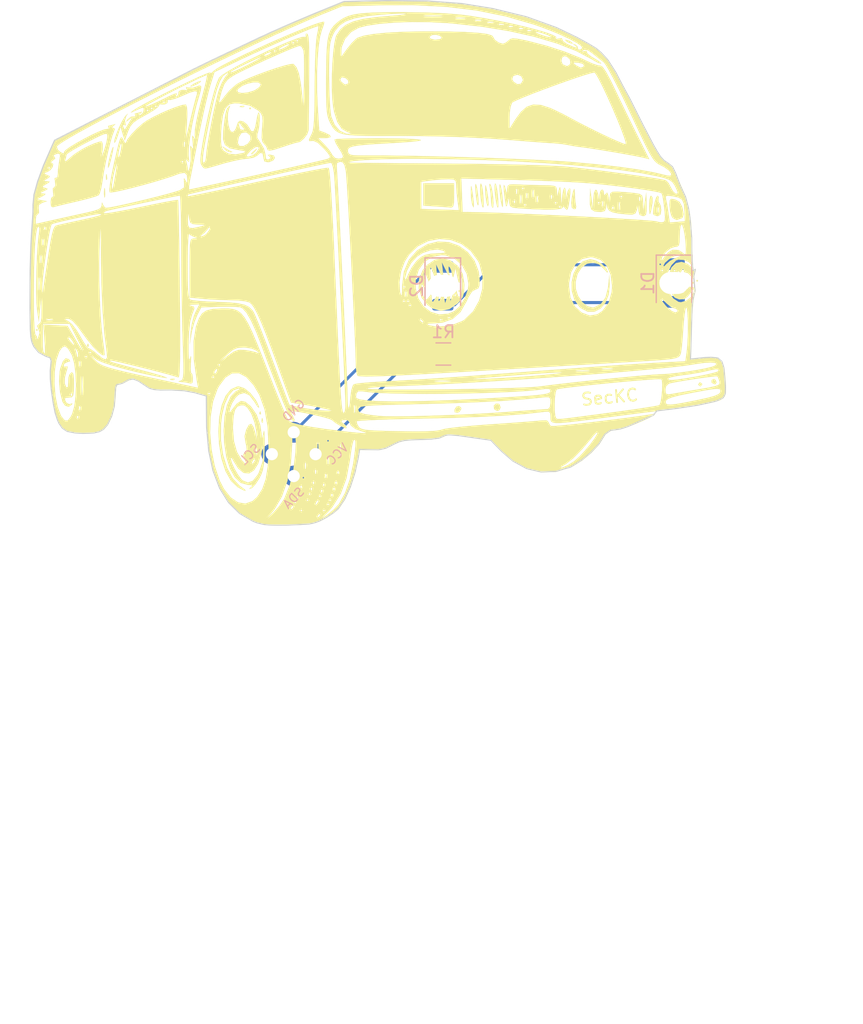
<source format=kicad_pcb>
(kicad_pcb (version 20171130) (host pcbnew "(5.1.2)-1")
  (layers (0 F.Cu signal) (31 B.Cu signal) (34 B.Paste user) (35 F.Paste user) (36 B.SilkS user) (37 F.SilkS user) (38 B.Mask user) (39 F.Mask user) (44 Edge.Cuts user))
  (net 0 "")
  (net 1 "Net-(D1-Pad1)")
  (net 2 "Net-(D1-Pad2)")
  (net 3 "Net-(D2-Pad1)")
  (net 4 "Net-(R1-Pad2)")
  (net 5 "Net-(X1-Pad4)")
  (net 6 "Net-(X1-Pad3)")
  (module my-ki-cad-images:jigglebilly-small (layer F.Cu) (at 52.5653 86.38794)
    (fp_text reference G*** hide)
    (fp_text value LOGO hide)
  )
  (module my-ki-cad-images:van (layer F.Cu) (at 71.92 81.94)
    (fp_text reference G*** hide)
    (fp_text value LOGO hide)
  )
  (module LED_SMD:LED_1206_3216Metric_ReverseMount_Hole1.8x2.4mm (layer B.Cu) (at 96.18218 83.5533 270)
    (fp_text reference D1 (at 0 2.145 90) (layer B.SilkS) (effects (justify mirror)))
    (fp_text value LED)
    (pad 1 smd roundrect (at -1.55 0 270) (size 0.95 1.75) (layers B.Cu B.Paste B.Mask) (roundrect_rratio 0.2) (net 1 "Net-(D1-Pad1)"))
    (pad 2 smd roundrect (at 1.55 0 270) (size 0.95 1.75) (layers B.Cu B.Paste B.Mask) (roundrect_rratio 0.2) (net 2 "Net-(D1-Pad2)"))
    (pad "" np_thru_hole oval (at 0 0 270) (size 1.8 2.4) (drill oval 1.8 2.4) (layers *.Cu *.Mask))
  )
  (module LED_SMD:LED_1206_3216Metric_ReverseMount_Hole1.8x2.4mm (layer B.Cu) (at 77.21346 83.78444 270)
    (fp_text reference D2 (at 0 2.145 90) (layer B.SilkS) (effects (justify mirror)))
    (fp_text value LED)
    (pad "" np_thru_hole oval (at 0 0 270) (size 1.8 2.4) (drill oval 1.8 2.4) (layers *.Cu *.Mask))
    (pad 2 smd roundrect (at 1.55 0 270) (size 0.95 1.75) (layers B.Cu B.Paste B.Mask) (roundrect_rratio 0.2) (net 1 "Net-(D1-Pad1)"))
    (pad 1 smd roundrect (at -1.55 0 270) (size 0.95 1.75) (layers B.Cu B.Paste B.Mask) (roundrect_rratio 0.2) (net 3 "Net-(D2-Pad1)"))
  )
  (module Resistor_SMD:R_1206_3216Metric (layer B.Cu) (at 77.26172 89.37752 180)
    (fp_text reference R1 (at 0 1.82) (layer B.SilkS) (effects (justify mirror)))
    (fp_text value 1K)
    (pad 1 smd roundrect (at -1.4 0 180) (size 1.25 1.75) (layers B.Cu B.Paste B.Mask) (roundrect_rratio 0.2) (net 2 "Net-(D1-Pad2)"))
    (pad 2 smd roundrect (at 1.4 0 180) (size 1.25 1.75) (layers B.Cu B.Paste B.Mask) (roundrect_rratio 0.2) (net 4 "Net-(R1-Pad2)"))
  )
  (module my-ki-cad-parts:Badgelife-Shitty-2x2 (layer F.Cu) (at 64.98336 97.5868 225)
    (fp_text reference X1)
    (fp_text value Badgelife_shitty_connector)
    (fp_text user VCC (at -2.54 -2.54 45) (layer B.SilkS) (effects (font (size 0.7 0.7) (thickness 0.1)) (justify mirror)))
    (fp_text user GND (at -2.54 2.54 45) (layer B.SilkS) (effects (font (size 0.7 0.7) (thickness 0.1)) (justify mirror)))
    (fp_text user SCL (at 2.54 2.54 45) (layer B.SilkS) (effects (font (size 0.7 0.7) (thickness 0.1)) (justify mirror)))
    (fp_text user SDA (at 2.54 -2.54 45) (layer B.SilkS) (effects (font (size 0.7 0.7) (thickness 0.1)) (justify mirror)))
    (pad 2 thru_hole oval (at -1.27 1.27 225) (size 1.7 1.7) (drill 1) (layers *.Cu *.Mask) (net 3 "Net-(D2-Pad1)"))
    (pad 1 thru_hole oval (at -1.27 -1.27 225) (size 1.7 1.7) (drill 1) (layers *.Cu *.Mask) (net 4 "Net-(R1-Pad2)"))
    (pad 3 thru_hole oval (at 1.27 1.27 225) (size 1.7 1.7) (drill 1) (layers *.Cu *.Mask) (net 6 "Net-(X1-Pad3)"))
    (pad 4 thru_hole circle (at 1.27 -1.27 225) (size 1.7 1.7) (drill 1) (layers *.Cu *.Mask) (net 5 "Net-(X1-Pad4)"))
  )
  (gr_text SecKC (at 90.90152 92.91828 5) (layer F.SilkS) (effects (font (size 1 1))))
  (gr_poly (pts (xy 45.3692 71.85444) (xy 56.7092 66.05444) (xy 58.1592 65.34444) (xy 62.1392 63.45444) (xy 62.8392 63.13444) (xy 63.1592 62.98444) (xy 63.3492 62.90444) (xy 63.7192 62.73444) (xy 63.8192 62.69444) (xy 63.9692 62.62444) (xy 64.1292 62.55444) (xy 64.4992 62.39444) (xy 64.7092 62.30444) (xy 64.8492 62.24444) (xy 64.9392 62.20444) (xy 65.0092 62.17444) (xy 65.12814 62.12332) (xy 65.22212 62.08268) (xy 65.278 62.05728) (xy 65.41516 61.99886) (xy 65.57264 61.93282) (xy 65.76568 61.85154) (xy 66.04 61.73724) (xy 66.39052 61.58992) (xy 66.60896 61.49848) (xy 67.04838 61.31814) (xy 67.14236 61.28004) (xy 67.47002 61.14542) (xy 67.7037 61.0489) (xy 67.79514 61.0108) (xy 68.11264 60.8838) (xy 68.2879 60.81014) (xy 68.4784 60.7314) (xy 68.71208 60.63488) (xy 68.96862 60.53074) (xy 69.09054 60.47994) (xy 69.79666 60.4647) (xy 70.55104 60.44692) (xy 71.4629 60.42914) (xy 72.69988 60.4012) (xy 73.28916 60.40882) (xy 75.52182 60.42914) (xy 75.91806 60.43168) (xy 78.77556 60.64504) (xy 81.3054 61.05398) (xy 84.07654 61.72962) (xy 86.55558 62.62116) (xy 88.23452 63.42888) (xy 89.19464 63.9572) (xy 89.79408 64.32042) (xy 90.20048 64.66586) (xy 90.73642 65.24752) (xy 91.41968 66.31178) (xy 91.948 67.34302) (xy 92.54744 68.43522) (xy 93.6117 70.55612) (xy 94.48546 72.22744) (xy 94.77756 72.73798) (xy 95.05696 73.17994) (xy 95.35922 73.51014) (xy 95.76308 73.787) (xy 96.0501 74.02068) (xy 96.30664 74.549) (xy 96.70034 75.61834) (xy 97.1169 76.48448) (xy 97.3582 77.3938) (xy 97.46996 78.105) (xy 97.62744 79.84236) (xy 97.63506 81.19872) (xy 97.68078 82.00644) (xy 97.69094 82.11058) (xy 97.69094 82.14614) (xy 97.7265 82.36966) (xy 97.74936 82.51698) (xy 97.81032 82.54492) (xy 97.90176 82.45094) (xy 97.91446 82.43824) (xy 97.92208 82.44078) (xy 97.917 82.45856) (xy 97.90176 82.53476) (xy 97.84588 82.77606) (xy 97.79762 82.97672) (xy 97.79254 82.98942) (xy 97.89922 84.17306) (xy 97.83826 84.41944) (xy 97.7138 85.0138) (xy 97.65284 85.70468) (xy 97.52838 89.79408) (xy 98.71202 89.66962) (xy 99.21494 89.6493) (xy 99.76866 89.7001) (xy 100.09886 89.98966) (xy 100.26142 90.49258) (xy 100.39604 92.06484) (xy 100.37572 92.63888) (xy 100.20046 92.96908) (xy 99.62642 93.23578) (xy 98.11512 93.5736) (xy 96.4819 93.81998) (xy 94.77502 94.03588) (xy 94.46768 94.3991) (xy 92.37218 95.3262) (xy 91.7956 95.50908) (xy 91.39936 95.57512) (xy 90.97264 95.62592) (xy 90.51036 95.95358) (xy 90.0176 96.74606) (xy 89.34958 97.45472) (xy 88.59774 98.07702) (xy 87.89162 98.51644) (xy 87.66048 98.66122) (xy 87.2109 98.77298) (xy 86.50478 98.9965) (xy 85.2551 99.04222) (xy 84.10702 98.77298) (xy 82.96656 98.15322) (xy 82.0801 97.39376) (xy 81.4959 96.80194) (xy 81.153 96.44126) (xy 78.53426 96.06534) (xy 77.7367 95.99422) (xy 77.5208 96.01962) (xy 77.30744 96.08312) (xy 76.9239 96.266) (xy 76.2381 96.35236) (xy 75.2094 96.39046) (xy 74.5998 96.41078) (xy 74.02068 96.4692) (xy 73.62698 96.56318) (xy 73.24344 96.74098) (xy 72.55002 97.08896) (xy 72.10298 97.1931) (xy 71.9201 97.22358) (xy 70.3834 97.19818) (xy 70.25386 97.96526) (xy 70.12178 98.53676) (xy 70.0278 99.00412) (xy 69.7357 99.9109) (xy 69.61632 100.28428) (xy 69.37248 100.79482) (xy 69.1769 101.2444) (xy 68.62064 102.06482) (xy 68.19392 102.42296) (xy 67.97294 102.57028) (xy 67.71386 102.74046) (xy 67.50304 102.85476) (xy 67.11188 103.05542) (xy 66.83248 103.16464) (xy 66.5607 103.24592) (xy 66.24574 103.30942) (xy 65.3669 103.36022) (xy 64.43472 103.39832) (xy 63.56096 103.40086) (xy 62.95644 103.38816) (xy 62.56528 103.35514) (xy 61.97092 103.2129) (xy 61.62802 103.07574) (xy 61.06414 102.75062) (xy 60.90412 102.65918) (xy 60.60694 102.47884) (xy 60.5409 102.44328) (xy 59.63666 101.54666) (xy 58.90768 100.37572) (xy 58.36158 98.92792) (xy 58.01614 97.32264) (xy 57.84088 95.38462) (xy 57.81802 92.81668) (xy 56.86044 92.54236) (xy 56.01462 92.38488) (xy 54.94528 92.3163) (xy 54.06898 92.32646) (xy 53.5432 92.28836) (xy 53.14696 92.18422) (xy 52.25288 91.59494) (xy 51.80584 91.4146) (xy 51.43754 91.48318) (xy 50.91176 91.7829) (xy 50.46726 91.88704) (xy 50.37328 92.08262) (xy 50.25898 93.6625) (xy 50.04562 94.46006) (xy 49.71034 95.15856) (xy 49.3776 95.5421) (xy 49.06264 95.73514) (xy 48.58258 95.8469) (xy 47.70374 95.88246) (xy 47.06366 95.8469) (xy 46.39818 95.71736) (xy 46.00702 95.45574) (xy 45.73016 95.0595) (xy 45.6057 94.77502) (xy 45.41774 94.19844) (xy 45.26026 93.40088) (xy 45.10786 92.35694) (xy 45.0215 91.40698) (xy 45.01388 90.73896) (xy 45.09262 89.9287) (xy 45.00118 89.68486) (xy 44.62526 89.5477) (xy 44.0563 89.23782) (xy 43.68546 88.7857) (xy 43.56608 88.53932) (xy 43.48988 88.31834) (xy 43.42384 87.96782) (xy 43.38066 87.39378) (xy 43.35526 85.59292) (xy 43.36796 82.53222) (xy 43.42384 80.57642) (xy 43.4721 79.6544) (xy 43.5991 77.76464) (xy 43.60164 77.14488) (xy 43.68292 76.30922) (xy 43.97756 75.23734) (xy 44.46016 73.91908) (xy 45.20692 72.21474) (xy 45.32884 71.95058) (xy 45.34916 71.90486)) (layer Edge.Cuts) (width 0.1))
  (segment (start 95.61866 82.05918) (end 96.59366 82.05918) (width 0.25) (layer B.Cu) (net 1))
  (segment (start 81.46372 82.05918) (end 95.61866 82.05918) (width 0.25) (layer B.Cu) (net 1))
  (segment (start 78.18846 85.33444) (end 81.46372 82.05918) (width 0.25) (layer B.Cu) (net 1))
  (segment (start 77.21346 85.33444) (end 78.18846 85.33444) (width 0.25) (layer B.Cu) (net 1))
  (segment (start 82.88006 85.15918) (end 78.66172 89.37752) (width 0.25) (layer B.Cu) (net 2))
  (segment (start 96.59366 85.15918) (end 82.88006 85.15918) (width 0.25) (layer B.Cu) (net 2))
  (segment (start 76.23846 82.23444) (end 74.83094 83.64196) (width 0.25) (layer B.Cu) (net 3))
  (segment (start 77.21346 82.23444) (end 76.23846 82.23444) (width 0.25) (layer B.Cu) (net 3))
  (segment (start 74.83094 85.943169) (end 64.98336 95.790749) (width 0.25) (layer B.Cu) (net 3))
  (segment (start 74.83094 83.64196) (end 74.83094 85.943169) (width 0.25) (layer B.Cu) (net 3))
  (segment (start 74.988691 89.37752) (end 66.779411 97.5868) (width 0.25) (layer B.Cu) (net 4))
  (segment (start 75.86172 89.37752) (end 74.988691 89.37752) (width 0.25) (layer B.Cu) (net 4))
)
</source>
